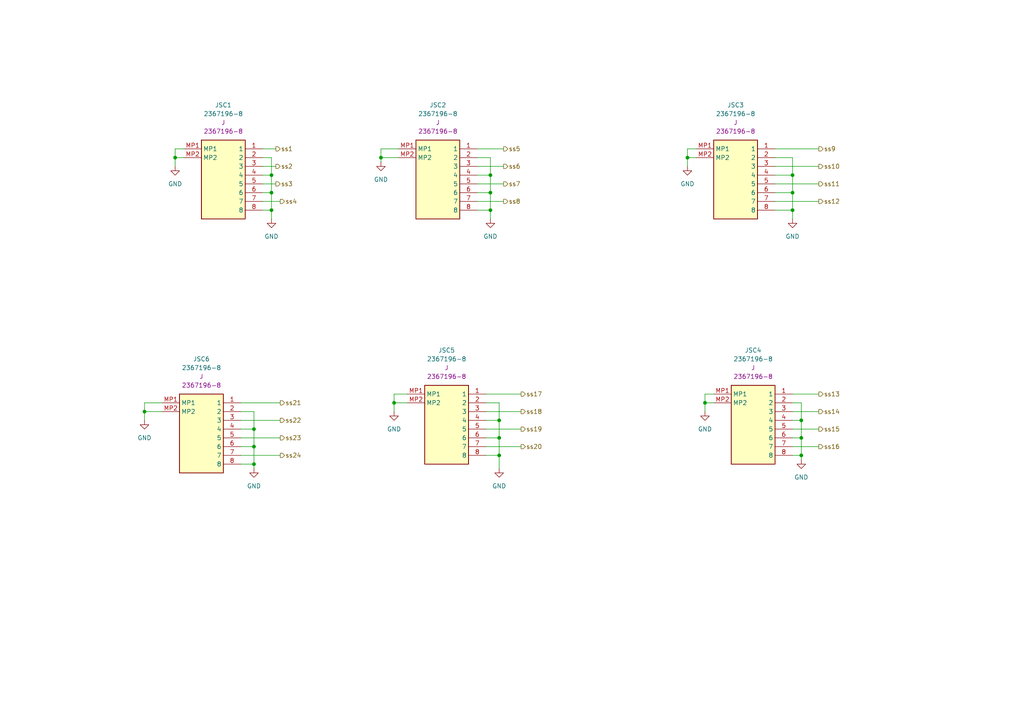
<source format=kicad_sch>
(kicad_sch (version 20211123) (generator eeschema)
  (paper "A4")
  (lib_symbols
    (symbol "2367196-8:2367196-8"
      (property "Value" "2367196-8" (at 0 0 0))
      (property "Reference_1" "J" (at 19.05 7.62 0))
      (property "Value_1" "2367196-8" (at 19.05 5.08 0))
      (symbol "2367196-8_1_1"
        (rectangle (start 5.08 2.54) (end 17.78 -20.32) (stroke (width 0.254)) (fill (type background)))
        (pin passive line (at 22.86 0 180) (length 5.08) (name "1") (number "1"))
        (pin passive line (at 22.86 -2.54 180) (length 5.08) (name "2") (number "2"))
        (pin passive line (at 22.86 -5.08 180) (length 5.08) (name "3") (number "3"))
        (pin passive line (at 22.86 -7.62 180) (length 5.08) (name "4") (number "4"))
        (pin passive line (at 22.86 -10.16 180) (length 5.08) (name "5") (number "5"))
        (pin passive line (at 22.86 -12.7 180) (length 5.08) (name "6") (number "6"))
        (pin passive line (at 22.86 -15.24 180) (length 5.08) (name "7") (number "7"))
        (pin passive line (at 22.86 -17.78 180) (length 5.08) (name "8") (number "8"))
        (pin passive line (at 0 0 0) (length 5.08) (name "MP1") (number "MP1"))
        (pin passive line (at 0 -2.54 0) (length 5.08) (name "MP2") (number "MP2"))
      )
    )
    (symbol "power:GND" (power) (pin_names (offset 0))
      (property "Value" "GND" (at 0 -3.81 0))
      (symbol "GND_0_1"
        (polyline (pts (xy 0 0) (xy 0 -1.27) (xy 1.27 -1.27) (xy 0 -2.54) (xy -1.27 -1.27) (xy 0 -1.27)))
      )
      (symbol "GND_1_1"
        (pin power_in line (at 0 0 270) (length 0) hide (name "GND") (number "1"))
      )
    )
  )
  (junction (at 199.39 45.72))
  (junction (at 232.41 132.08))
  (junction (at 204.47 116.84))
  (junction (at 78.74 60.96))
  (junction (at 78.74 50.8))
  (junction (at 142.24 55.88))
  (junction (at 73.66 129.54))
  (junction (at 232.41 121.92))
  (junction (at 110.49 45.72))
  (junction (at 41.91 119.38))
  (junction (at 229.87 60.96))
  (junction (at 229.87 50.8))
  (junction (at 144.78 132.08))
  (junction (at 229.87 55.88))
  (junction (at 144.78 127))
  (junction (at 142.24 50.8))
  (junction (at 232.41 127))
  (junction (at 144.78 121.92))
  (junction (at 50.8 45.72))
  (junction (at 114.3 116.84))
  (junction (at 73.66 134.62))
  (junction (at 142.24 60.96))
  (junction (at 78.74 55.88))
  (junction (at 73.66 124.46))
  (wire (pts (xy 224.79 45.72) (xy 229.87 45.72)))
  (wire (pts (xy 229.87 121.92) (xy 232.41 121.92)))
  (wire (pts (xy 69.85 129.54) (xy 73.66 129.54)))
  (wire (pts (xy 118.11 114.3) (xy 114.3 114.3)))
  (wire (pts (xy 73.66 134.62) (xy 73.66 135.89)))
  (wire (pts (xy 138.43 53.34) (xy 146.05 53.34)))
  (wire (pts (xy 69.85 134.62) (xy 73.66 134.62)))
  (wire (pts (xy 229.87 132.08) (xy 232.41 132.08)))
  (wire (pts (xy 201.93 43.18) (xy 199.39 43.18)))
  (wire (pts (xy 73.66 124.46) (xy 73.66 129.54)))
  (wire (pts (xy 76.2 60.96) (xy 78.74 60.96)))
  (wire (pts (xy 224.79 58.42) (xy 237.49 58.42)))
  (wire (pts (xy 229.87 50.8) (xy 229.87 55.88)))
  (wire (pts (xy 69.85 116.84) (xy 81.28 116.84)))
  (wire (pts (xy 140.97 119.38) (xy 151.13 119.38)))
  (wire (pts (xy 138.43 50.8) (xy 142.24 50.8)))
  (wire (pts (xy 229.87 114.3) (xy 237.49 114.3)))
  (wire (pts (xy 142.24 60.96) (xy 142.24 63.5)))
  (wire (pts (xy 232.41 132.08) (xy 232.41 133.35)))
  (wire (pts (xy 229.87 127) (xy 232.41 127)))
  (wire (pts (xy 110.49 45.72) (xy 115.57 45.72)))
  (wire (pts (xy 199.39 45.72) (xy 201.93 45.72)))
  (wire (pts (xy 110.49 43.18) (xy 110.49 45.72)))
  (wire (pts (xy 76.2 43.18) (xy 80.01 43.18)))
  (wire (pts (xy 224.79 53.34) (xy 237.49 53.34)))
  (wire (pts (xy 78.74 45.72) (xy 78.74 50.8)))
  (wire (pts (xy 229.87 60.96) (xy 229.87 63.5)))
  (wire (pts (xy 41.91 119.38) (xy 41.91 121.92)))
  (wire (pts (xy 53.34 43.18) (xy 50.8 43.18)))
  (wire (pts (xy 140.97 127) (xy 144.78 127)))
  (wire (pts (xy 144.78 132.08) (xy 144.78 135.89)))
  (wire (pts (xy 142.24 50.8) (xy 142.24 55.88)))
  (wire (pts (xy 50.8 45.72) (xy 50.8 48.26)))
  (wire (pts (xy 224.79 43.18) (xy 237.49 43.18)))
  (wire (pts (xy 73.66 129.54) (xy 73.66 134.62)))
  (wire (pts (xy 140.97 124.46) (xy 151.13 124.46)))
  (wire (pts (xy 224.79 50.8) (xy 229.87 50.8)))
  (wire (pts (xy 229.87 45.72) (xy 229.87 50.8)))
  (wire (pts (xy 229.87 119.38) (xy 237.49 119.38)))
  (wire (pts (xy 207.01 114.3) (xy 204.47 114.3)))
  (wire (pts (xy 224.79 60.96) (xy 229.87 60.96)))
  (wire (pts (xy 76.2 48.26) (xy 80.01 48.26)))
  (wire (pts (xy 73.66 119.38) (xy 73.66 124.46)))
  (wire (pts (xy 69.85 132.08) (xy 81.28 132.08)))
  (wire (pts (xy 110.49 45.72) (xy 110.49 46.99)))
  (wire (pts (xy 142.24 55.88) (xy 142.24 60.96)))
  (wire (pts (xy 204.47 116.84) (xy 207.01 116.84)))
  (wire (pts (xy 140.97 121.92) (xy 144.78 121.92)))
  (wire (pts (xy 138.43 48.26) (xy 146.05 48.26)))
  (wire (pts (xy 138.43 60.96) (xy 142.24 60.96)))
  (wire (pts (xy 69.85 121.92) (xy 81.28 121.92)))
  (wire (pts (xy 232.41 127) (xy 232.41 132.08)))
  (wire (pts (xy 138.43 55.88) (xy 142.24 55.88)))
  (wire (pts (xy 140.97 129.54) (xy 151.13 129.54)))
  (wire (pts (xy 229.87 124.46) (xy 237.49 124.46)))
  (wire (pts (xy 76.2 58.42) (xy 81.28 58.42)))
  (wire (pts (xy 140.97 132.08) (xy 144.78 132.08)))
  (wire (pts (xy 138.43 43.18) (xy 146.05 43.18)))
  (wire (pts (xy 140.97 114.3) (xy 151.13 114.3)))
  (wire (pts (xy 138.43 58.42) (xy 146.05 58.42)))
  (wire (pts (xy 204.47 116.84) (xy 204.47 119.38)))
  (wire (pts (xy 69.85 127) (xy 81.28 127)))
  (wire (pts (xy 76.2 53.34) (xy 80.01 53.34)))
  (wire (pts (xy 138.43 45.72) (xy 142.24 45.72)))
  (wire (pts (xy 199.39 45.72) (xy 199.39 48.26)))
  (wire (pts (xy 224.79 55.88) (xy 229.87 55.88)))
  (wire (pts (xy 41.91 116.84) (xy 41.91 119.38)))
  (wire (pts (xy 229.87 116.84) (xy 232.41 116.84)))
  (wire (pts (xy 69.85 119.38) (xy 73.66 119.38)))
  (wire (pts (xy 78.74 55.88) (xy 78.74 60.96)))
  (wire (pts (xy 114.3 116.84) (xy 114.3 119.38)))
  (wire (pts (xy 229.87 55.88) (xy 229.87 60.96)))
  (wire (pts (xy 78.74 60.96) (xy 78.74 63.5)))
  (wire (pts (xy 76.2 50.8) (xy 78.74 50.8)))
  (wire (pts (xy 144.78 116.84) (xy 144.78 121.92)))
  (wire (pts (xy 46.99 116.84) (xy 41.91 116.84)))
  (wire (pts (xy 114.3 114.3) (xy 114.3 116.84)))
  (wire (pts (xy 76.2 45.72) (xy 78.74 45.72)))
  (wire (pts (xy 114.3 116.84) (xy 118.11 116.84)))
  (wire (pts (xy 144.78 127) (xy 144.78 132.08)))
  (wire (pts (xy 78.74 50.8) (xy 78.74 55.88)))
  (wire (pts (xy 41.91 119.38) (xy 46.99 119.38)))
  (wire (pts (xy 204.47 114.3) (xy 204.47 116.84)))
  (wire (pts (xy 69.85 124.46) (xy 73.66 124.46)))
  (wire (pts (xy 224.79 48.26) (xy 237.49 48.26)))
  (wire (pts (xy 50.8 45.72) (xy 53.34 45.72)))
  (wire (pts (xy 232.41 116.84) (xy 232.41 121.92)))
  (wire (pts (xy 50.8 43.18) (xy 50.8 45.72)))
  (wire (pts (xy 115.57 43.18) (xy 110.49 43.18)))
  (wire (pts (xy 229.87 129.54) (xy 237.49 129.54)))
  (wire (pts (xy 76.2 55.88) (xy 78.74 55.88)))
  (wire (pts (xy 144.78 121.92) (xy 144.78 127)))
  (wire (pts (xy 140.97 116.84) (xy 144.78 116.84)))
  (wire (pts (xy 142.24 45.72) (xy 142.24 50.8)))
  (wire (pts (xy 199.39 43.18) (xy 199.39 45.72)))
  (wire (pts (xy 232.41 121.92) (xy 232.41 127)))
  (hierarchical_label "ss2" (shape output) (at 80.01 48.26 0))
  (hierarchical_label "ss7" (shape output) (at 146.05 53.34 0))
  (hierarchical_label "ss5" (shape output) (at 146.05 43.18 0))
  (hierarchical_label "ss9" (shape output) (at 237.49 43.18 0))
  (hierarchical_label "ss1" (shape output) (at 80.01 43.18 0))
  (hierarchical_label "ss13" (shape output) (at 237.49 114.3 0))
  (hierarchical_label "ss22" (shape output) (at 81.28 121.92 0))
  (hierarchical_label "ss16" (shape output) (at 237.49 129.54 0))
  (hierarchical_label "ss21" (shape output) (at 81.28 116.84 0))
  (hierarchical_label "ss15" (shape output) (at 237.49 124.46 0))
  (hierarchical_label "ss6" (shape output) (at 146.05 48.26 0))
  (hierarchical_label "ss19" (shape output) (at 151.13 124.46 0))
  (hierarchical_label "ss10" (shape output) (at 237.49 48.26 0))
  (hierarchical_label "ss24" (shape output) (at 81.28 132.08 0))
  (hierarchical_label "ss18" (shape output) (at 151.13 119.38 0))
  (hierarchical_label "ss11" (shape output) (at 237.49 53.34 0))
  (hierarchical_label "ss4" (shape output) (at 81.28 58.42 0))
  (hierarchical_label "ss17" (shape output) (at 151.13 114.3 0))
  (hierarchical_label "ss3" (shape output) (at 80.01 53.34 0))
  (hierarchical_label "ss20" (shape output) (at 151.13 129.54 0))
  (hierarchical_label "ss23" (shape output) (at 81.28 127 0))
  (hierarchical_label "ss14" (shape output) (at 237.49 119.38 0))
  (hierarchical_label "ss12" (shape output) (at 237.49 58.42 0))
  (hierarchical_label "ss8" (shape output) (at 146.05 58.42 0))
  (symbol (lib_id "2367196-8:2367196-8") (at 207.01 114.3 0) (unit 1)
    (property "Reference" "JSC4" (at 218.44 101.6 0))
    (property "Value" "2367196-8" (at 218.44 104.14 0))
    (property "Reference_1" "J" (at 218.44 106.68 0))
    (property "Value_1" "2367196-8" (at 218.44 109.22 0))
    (property "Footprint_1" "23671968" (effects hide))
    (property "Datasheet_1" "https://www.te.com/commerce/DocumentDelivery/DDEController?Action=showdoc&DocId=Customer+Drawing%7F2367196%7FA%7Fpdf%7FEnglish%7FENG_CD_2367196_A.pdf%7F2367196-8" (effects hide))
    (property "Height" "3.25" (effects hide))
    (property "Mouser Part Number" "571-2367196-8" (effects hide))
    (property "Mouser Price/Stock" "https://www.mouser.co.uk/ProductDetail/TE-Connectivity/2367196-8?qs=sPbYRqrBIVndDqCjm2TjhA%3D%3D" (effects hide))
    (property "Manufacturer_Name" "TE Connectivity" (effects hide))
    (property "Manufacturer_Part_Number" "2367196-8" (effects hide))
  )
  (symbol (lib_id "power:GND") (at 144.78 135.89 0) (unit 1)
    (property "Reference" "#PWR?" (effects hide))
    (property "Value" "GND" (at 144.78 140.97 0))
  )
  (symbol (lib_id "2367196-8:2367196-8") (at 115.57 43.18 0) (unit 1)
    (property "Reference" "JSC2" (at 127 30.48 0))
    (property "Value" "2367196-8" (at 127 33.02 0))
    (property "Reference_1" "J" (at 127 35.56 0))
    (property "Value_1" "2367196-8" (at 127 38.1 0))
    (property "Footprint_1" "23671968" (effects hide))
    (property "Datasheet_1" "https://www.te.com/commerce/DocumentDelivery/DDEController?Action=showdoc&DocId=Customer+Drawing%7F2367196%7FA%7Fpdf%7FEnglish%7FENG_CD_2367196_A.pdf%7F2367196-8" (effects hide))
    (property "Height" "3.25" (effects hide))
    (property "Mouser Part Number" "571-2367196-8" (effects hide))
    (property "Mouser Price/Stock" "https://www.mouser.co.uk/ProductDetail/TE-Connectivity/2367196-8?qs=sPbYRqrBIVndDqCjm2TjhA%3D%3D" (effects hide))
    (property "Manufacturer_Name" "TE Connectivity" (effects hide))
    (property "Manufacturer_Part_Number" "2367196-8" (effects hide))
  )
  (symbol (lib_id "power:GND") (at 114.3 119.38 0) (unit 1)
    (property "Reference" "#PWR?" (effects hide))
    (property "Value" "GND" (at 114.3 124.46 0))
  )
  (symbol (lib_id "power:GND") (at 110.49 46.99 0) (unit 1)
    (property "Reference" "#PWR?" (effects hide))
    (property "Value" "GND" (at 110.49 52.07 0))
  )
  (symbol (lib_id "power:GND") (at 204.47 119.38 0) (unit 1)
    (property "Reference" "#PWR?" (effects hide))
    (property "Value" "GND" (at 204.47 124.46 0))
  )
  (symbol (lib_id "power:GND") (at 73.66 135.89 0) (unit 1)
    (property "Reference" "#PWR?" (effects hide))
    (property "Value" "GND" (at 73.66 140.97 0))
  )
  (symbol (lib_id "power:GND") (at 199.39 48.26 0) (unit 1)
    (property "Reference" "#PWR?" (effects hide))
    (property "Value" "GND" (at 199.39 53.34 0))
  )
  (symbol (lib_id "power:GND") (at 41.91 121.92 0) (unit 1)
    (property "Reference" "#PWR?" (effects hide))
    (property "Value" "GND" (at 41.91 127 0))
  )
  (symbol (lib_id "power:GND") (at 142.24 63.5 0) (unit 1)
    (property "Reference" "#PWR?" (effects hide))
    (property "Value" "GND" (at 142.24 68.58 0))
  )
  (symbol (lib_id "power:GND") (at 232.41 133.35 0) (unit 1)
    (property "Reference" "#PWR?" (effects hide))
    (property "Value" "GND" (at 232.41 138.43 0))
  )
  (symbol (lib_id "power:GND") (at 50.8 48.26 0) (unit 1)
    (property "Reference" "#PWR?" (effects hide))
    (property "Value" "GND" (at 50.8 53.34 0))
  )
  (symbol (lib_id "2367196-8:2367196-8") (at 118.11 114.3 0) (unit 1)
    (property "Reference" "JSC5" (at 129.54 101.6 0))
    (property "Value" "2367196-8" (at 129.54 104.14 0))
    (property "Reference_1" "J" (at 129.54 106.68 0))
    (property "Value_1" "2367196-8" (at 129.54 109.22 0))
    (property "Footprint_1" "23671968" (effects hide))
    (property "Datasheet_1" "https://www.te.com/commerce/DocumentDelivery/DDEController?Action=showdoc&DocId=Customer+Drawing%7F2367196%7FA%7Fpdf%7FEnglish%7FENG_CD_2367196_A.pdf%7F2367196-8" (effects hide))
    (property "Height" "3.25" (effects hide))
    (property "Mouser Part Number" "571-2367196-8" (effects hide))
    (property "Mouser Price/Stock" "https://www.mouser.co.uk/ProductDetail/TE-Connectivity/2367196-8?qs=sPbYRqrBIVndDqCjm2TjhA%3D%3D" (effects hide))
    (property "Manufacturer_Name" "TE Connectivity" (effects hide))
    (property "Manufacturer_Part_Number" "2367196-8" (effects hide))
  )
  (symbol (lib_id "2367196-8:2367196-8") (at 201.93 43.18 0) (unit 1)
    (property "Reference" "JSC3" (at 213.36 30.48 0))
    (property "Value" "2367196-8" (at 213.36 33.02 0))
    (property "Reference_1" "J" (at 213.36 35.56 0))
    (property "Value_1" "2367196-8" (at 213.36 38.1 0))
    (property "Footprint_1" "23671968" (effects hide))
    (property "Datasheet_1" "https://www.te.com/commerce/DocumentDelivery/DDEController?Action=showdoc&DocId=Customer+Drawing%7F2367196%7FA%7Fpdf%7FEnglish%7FENG_CD_2367196_A.pdf%7F2367196-8" (effects hide))
    (property "Height" "3.25" (effects hide))
    (property "Mouser Part Number" "571-2367196-8" (effects hide))
    (property "Mouser Price/Stock" "https://www.mouser.co.uk/ProductDetail/TE-Connectivity/2367196-8?qs=sPbYRqrBIVndDqCjm2TjhA%3D%3D" (effects hide))
    (property "Manufacturer_Name" "TE Connectivity" (effects hide))
    (property "Manufacturer_Part_Number" "2367196-8" (effects hide))
  )
  (symbol (lib_id "2367196-8:2367196-8") (at 53.34 43.18 0) (unit 1)
    (property "Reference" "JSC1" (at 64.77 30.48 0))
    (property "Value" "2367196-8" (at 64.77 33.02 0))
    (property "Reference_1" "J" (at 64.77 35.56 0))
    (property "Value_1" "2367196-8" (at 64.77 38.1 0))
    (property "Footprint_1" "23671968" (effects hide))
    (property "Datasheet_1" "https://www.te.com/commerce/DocumentDelivery/DDEController?Action=showdoc&DocId=Customer+Drawing%7F2367196%7FA%7Fpdf%7FEnglish%7FENG_CD_2367196_A.pdf%7F2367196-8" (effects hide))
    (property "Height" "3.25" (effects hide))
    (property "Mouser Part Number" "571-2367196-8" (effects hide))
    (property "Mouser Price/Stock" "https://www.mouser.co.uk/ProductDetail/TE-Connectivity/2367196-8?qs=sPbYRqrBIVndDqCjm2TjhA%3D%3D" (effects hide))
    (property "Manufacturer_Name" "TE Connectivity" (effects hide))
    (property "Manufacturer_Part_Number" "2367196-8" (effects hide))
  )
  (symbol (lib_id "power:GND") (at 229.87 63.5 0) (unit 1)
    (property "Reference" "#PWR?" (effects hide))
    (property "Value" "GND" (at 229.87 68.58 0))
  )
  (symbol (lib_id "power:GND") (at 78.74 63.5 0) (unit 1)
    (property "Reference" "#PWR?" (effects hide))
    (property "Value" "GND" (at 78.74 68.58 0))
  )
  (symbol (lib_id "2367196-8:2367196-8") (at 46.99 116.84 0) (unit 1)
    (property "Reference" "JSC6" (at 58.42 104.14 0))
    (property "Value" "2367196-8" (at 58.42 106.68 0))
    (property "Reference_1" "J" (at 58.42 109.22 0))
    (property "Value_1" "2367196-8" (at 58.42 111.76 0))
    (property "Footprint_1" "23671968" (effects hide))
    (property "Datasheet_1" "https://www.te.com/commerce/DocumentDelivery/DDEController?Action=showdoc&DocId=Customer+Drawing%7F2367196%7FA%7Fpdf%7FEnglish%7FENG_CD_2367196_A.pdf%7F2367196-8" (effects hide))
    (property "Height" "3.25" (effects hide))
    (property "Mouser Part Number" "571-2367196-8" (effects hide))
    (property "Mouser Price/Stock" "https://www.mouser.co.uk/ProductDetail/TE-Connectivity/2367196-8?qs=sPbYRqrBIVndDqCjm2TjhA%3D%3D" (effects hide))
    (property "Manufacturer_Name" "TE Connectivity" (effects hide))
    (property "Manufacturer_Part_Number" "2367196-8" (effects hide))
  )
)
</source>
